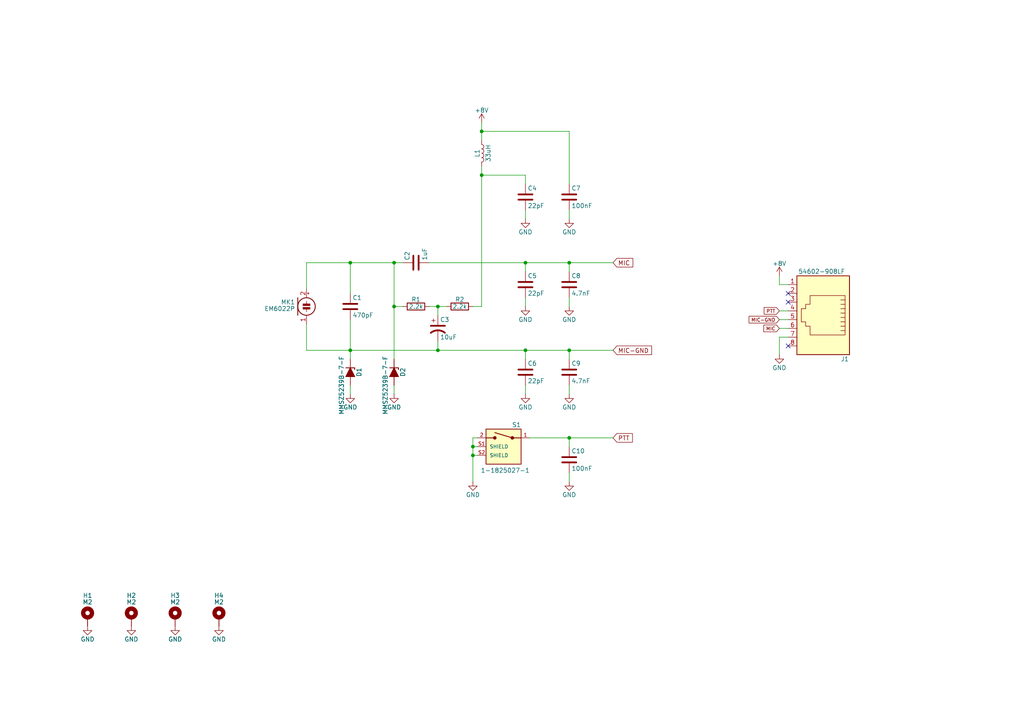
<source format=kicad_sch>
(kicad_sch (version 20211123) (generator eeschema)
  (paper "A4")
  (title_block (title "Xiegu Mini Hand Mic") (date "2022-11-08") (rev "A") (company "Jonathan Kayne, KM4CFT") (comment 1 "Based on the ICOM HM151"))
  (lib_symbols
    (symbol "Connector:8P8C" (pin_names (offset 1.016))
      (property "Reference" "J" (at -5.08 13.97 0))
      (property "Value" "8P8C" (at 2.54 13.97 0))
      (symbol "8P8C_0_1"
        (polyline (pts (xy -5.08 4.445) (xy -6.35 4.445)))
        (polyline (pts (xy -5.08 5.715) (xy -6.35 5.715)))
        (polyline (pts (xy -6.35 -3.175) (xy -5.08 -3.175) (xy -5.08 -3.175)))
        (polyline (pts (xy -6.35 -1.905) (xy -5.08 -1.905) (xy -5.08 -1.905)))
        (polyline (pts (xy -6.35 -0.635) (xy -5.08 -0.635) (xy -5.08 -0.635)))
        (polyline (pts (xy -6.35 0.635) (xy -5.08 0.635) (xy -5.08 0.635)))
        (polyline (pts (xy -6.35 1.905) (xy -5.08 1.905) (xy -5.08 1.905)))
        (polyline (pts (xy -5.08 3.175) (xy -6.35 3.175) (xy -6.35 3.175)))
        (polyline (pts (xy -6.35 -4.445) (xy -6.35 6.985) (xy 3.81 6.985) (xy 3.81 4.445) (xy 5.08 4.445) (xy 5.08 3.175) (xy 6.35 3.175) (xy 6.35 -0.635) (xy 5.08 -0.635) (xy 5.08 -1.905) (xy 3.81 -1.905) (xy 3.81 -4.445) (xy -6.35 -4.445) (xy -6.35 -4.445)))
        (rectangle (start 7.62 12.7) (end -7.62 -10.16) (stroke (width 0.254)) (fill (type background)))
      )
      (symbol "8P8C_1_1"
        (pin passive line (at 10.16 -7.62 180) (length 2.54) (name "~") (number "1"))
        (pin passive line (at 10.16 -5.08 180) (length 2.54) (name "~") (number "2"))
        (pin passive line (at 10.16 -2.54 180) (length 2.54) (name "~") (number "3"))
        (pin passive line (at 10.16 0 180) (length 2.54) (name "~") (number "4"))
        (pin passive line (at 10.16 2.54 180) (length 2.54) (name "~") (number "5"))
        (pin passive line (at 10.16 5.08 180) (length 2.54) (name "~") (number "6"))
        (pin passive line (at 10.16 7.62 180) (length 2.54) (name "~") (number "7"))
        (pin passive line (at 10.16 10.16 180) (length 2.54) (name "~") (number "8"))
      )
    )
    (symbol "Device:C" (pin_numbers hide) (pin_names (offset 0.254))
      (property "Reference" "C" (at 0.635 2.54 0))
      (property "Value" "C" (at 0.635 -2.54 0))
      (symbol "C_0_1"
        (polyline (pts (xy -2.032 -0.762) (xy 2.032 -0.762)) (stroke (width 0.508)))
        (polyline (pts (xy -2.032 0.762) (xy 2.032 0.762)) (stroke (width 0.508)))
      )
      (symbol "C_1_1"
        (pin passive line (at 0 3.81 270) (length 2.794) (name "~") (number "1"))
        (pin passive line (at 0 -3.81 90) (length 2.794) (name "~") (number "2"))
      )
    )
    (symbol "Device:C_Polarized_US" (pin_numbers hide) (pin_names (offset 0.254) hide)
      (property "Reference" "C" (at 0.635 2.54 0))
      (property "Value" "C_Polarized_US" (at 0.635 -2.54 0))
      (symbol "C_Polarized_US_0_1"
        (polyline (pts (xy -2.032 0.762) (xy 2.032 0.762)) (stroke (width 0.508)))
        (polyline (pts (xy -1.778 2.286) (xy -0.762 2.286)))
        (polyline (pts (xy -1.27 1.778) (xy -1.27 2.794)))
        (arc (start 2.032 -1.27) (mid 0 -0.5572) (end -2.032 -1.27) (stroke (width 0.508)))
      )
      (symbol "C_Polarized_US_1_1"
        (pin passive line (at 0 3.81 270) (length 2.794) (name "~") (number "1"))
        (pin passive line (at 0 -3.81 90) (length 3.302) (name "~") (number "2"))
      )
    )
    (symbol "Device:D_Zener_Filled" (pin_numbers hide) (pin_names (offset 1.016) hide)
      (property "Reference" "D" (at 0 2.54 0))
      (property "Value" "D_Zener_Filled" (at 0 -2.54 0))
      (symbol "D_Zener_Filled_0_1"
        (polyline (pts (xy 1.27 0) (xy -1.27 0)))
        (polyline (pts (xy -1.27 -1.27) (xy -1.27 1.27) (xy -0.762 1.27)) (stroke (width 0.254)))
        (polyline (pts (xy 1.27 -1.27) (xy 1.27 1.27) (xy -1.27 0) (xy 1.27 -1.27)) (stroke (width 0.254)) (fill (type outline)))
      )
      (symbol "D_Zener_Filled_1_1"
        (pin passive line (at -3.81 0 0) (length 2.54) (name "K") (number "1"))
        (pin passive line (at 3.81 0 180) (length 2.54) (name "A") (number "2"))
      )
    )
    (symbol "Device:L" (pin_numbers hide) (pin_names (offset 1.016) hide)
      (property "Reference" "L" (at -1.27 0 90))
      (property "Value" "L" (at 1.905 0 90))
      (symbol "L_0_1"
        (arc (start 0 -2.54) (mid 0.635 -1.905) (end 0 -1.27))
        (arc (start 0 -1.27) (mid 0.635 -0.635) (end 0 0))
        (arc (start 0 0) (mid 0.635 0.635) (end 0 1.27))
        (arc (start 0 1.27) (mid 0.635 1.905) (end 0 2.54))
      )
      (symbol "L_1_1"
        (pin passive line (at 0 3.81 270) (length 1.27) (name "1") (number "1"))
        (pin passive line (at 0 -3.81 90) (length 1.27) (name "2") (number "2"))
      )
    )
    (symbol "Device:Microphone_Condenser" (pin_names (offset 0.0254) hide)
      (property "Reference" "MK" (at -3.302 1.27 0))
      (property "Value" "Microphone_Condenser" (at -3.302 -0.635 0))
      (symbol "Microphone_Condenser_0_1"
        (polyline (pts (xy -2.54 2.54) (xy -2.54 -2.54)) (stroke (width 0.254)))
        (polyline (pts (xy 0 -0.762) (xy 0 -1.524)))
        (polyline (pts (xy 0 0.762) (xy 0 1.524)))
        (polyline (pts (xy 0.254 3.81) (xy 0.762 3.81)))
        (polyline (pts (xy 0.508 4.064) (xy 0.508 3.556)))
        (circle (center 0 0) (radius 2.54) (stroke (width 0.254)))
        (rectangle (start 1.016 -0.254) (end -1.016 -0.762) (fill (type outline)))
        (rectangle (start 1.016 0.762) (end -1.016 0.254) (fill (type outline)))
      )
      (symbol "Microphone_Condenser_1_1"
        (pin passive line (at 0 -5.08 90) (length 2.54) (name "-") (number "1"))
        (pin passive line (at 0 5.08 270) (length 2.54) (name "+") (number "2"))
      )
    )
    (symbol "Device:R" (pin_numbers hide) (pin_names (offset 0))
      (property "Reference" "R" (at 2.032 0 90))
      (property "Value" "R" (at 0 0 90))
      (symbol "R_0_1"
        (rectangle (start -1.016 -2.54) (end 1.016 2.54) (stroke (width 0.254)))
      )
      (symbol "R_1_1"
        (pin passive line (at 0 3.81 270) (length 1.27) (name "~") (number "1"))
        (pin passive line (at 0 -3.81 90) (length 1.27) (name "~") (number "2"))
      )
    )
    (symbol "Mechanical:MountingHole_Pad" (pin_numbers hide) (pin_names (offset 1.016) hide)
      (property "Reference" "H" (at 0 6.35 0))
      (property "Value" "MountingHole_Pad" (at 0 4.445 0))
      (symbol "MountingHole_Pad_0_1"
        (circle (center 0 1.27) (radius 1.27) (stroke (width 1.27)))
      )
      (symbol "MountingHole_Pad_1_1"
        (pin input line (at 0 -2.54 90) (length 2.54) (name "1") (number "1"))
      )
    )
    (symbol "Xiegu MiniMic:1-1825027-1" (pin_names (offset 1.016))
      (property "Reference" "S" (at -5.08 5.588 0))
      (property "Value" "1-1825027-1" (at -5.08 -7.366 0))
      (symbol "1-1825027-1_0_0"
        (rectangle (start -5.08 -5.08) (end 5.08 5.08) (stroke (width 0.254)) (fill (type background)))
        (circle (center -2.54 2.54) (radius 0.254) (stroke (width 0.508)))
        (polyline (pts (xy -5.08 2.54) (xy -2.54 2.54)) (stroke (width 0.254)))
        (polyline (pts (xy -2.54 2.54) (xy 2.54 4.064)) (stroke (width 0.254)))
        (polyline (pts (xy 2.54 2.54) (xy 5.08 2.54)) (stroke (width 0.254)))
        (circle (center 2.54 2.54) (radius 0.254) (stroke (width 0.508)))
        (pin passive line (at -7.62 2.54 0) (length 2.54) (name "~") (number "1"))
        (pin passive line (at 7.62 2.54 180) (length 2.54) (name "~") (number "2"))
        (pin power_in line (at 7.62 0 180) (length 2.54) (name "SHIELD") (number "S1"))
        (pin power_in line (at 7.62 -2.54 180) (length 2.54) (name "SHIELD") (number "S2"))
      )
    )
    (symbol "power:+8V" (power) (pin_names (offset 0))
      (property "Value" "+8V" (at 0 3.556 0))
      (symbol "+8V_0_1"
        (polyline (pts (xy -0.762 1.27) (xy 0 2.54)))
        (polyline (pts (xy 0 0) (xy 0 2.54)))
        (polyline (pts (xy 0 2.54) (xy 0.762 1.27)))
      )
      (symbol "+8V_1_1"
        (pin power_in line (at 0 0 90) (length 0) hide (name "+8V") (number "1"))
      )
    )
    (symbol "power:GND" (power) (pin_names (offset 0))
      (property "Value" "GND" (at 0 -3.81 0))
      (symbol "GND_0_1"
        (polyline (pts (xy 0 0) (xy 0 -1.27) (xy 1.27 -1.27) (xy 0 -2.54) (xy -1.27 -1.27) (xy 0 -1.27)))
      )
      (symbol "GND_1_1"
        (pin power_in line (at 0 0 270) (length 0) hide (name "GND") (number "1"))
      )
    )
  )
  (junction (at 165.1 101.6))
  (junction (at 137.16 129.54))
  (junction (at 114.3 76.2))
  (junction (at 165.1 76.2))
  (junction (at 152.4 76.2))
  (junction (at 127 101.6))
  (junction (at 101.6 101.6))
  (junction (at 165.1 127))
  (junction (at 139.7 38.1))
  (junction (at 101.6 76.2))
  (junction (at 127 88.9))
  (junction (at 152.4 101.6))
  (junction (at 114.3 88.9))
  (junction (at 137.16 132.08))
  (junction (at 139.7 50.8))
  (no_connect (at 228.6 87.63))
  (no_connect (at 228.6 100.33))
  (no_connect (at 228.6 85.09))
  (wire (pts (xy 137.16 132.08) (xy 138.43 132.08)))
  (wire (pts (xy 139.7 35.56) (xy 139.7 38.1)))
  (wire (pts (xy 152.4 101.6) (xy 152.4 104.14)))
  (wire (pts (xy 165.1 38.1) (xy 165.1 53.34)))
  (wire (pts (xy 165.1 127) (xy 165.1 129.54)))
  (wire (pts (xy 228.6 97.79) (xy 226.06 97.79)))
  (wire (pts (xy 101.6 76.2) (xy 114.3 76.2)))
  (wire (pts (xy 139.7 48.26) (xy 139.7 50.8)))
  (wire (pts (xy 137.16 129.54) (xy 138.43 129.54)))
  (wire (pts (xy 226.06 80.01) (xy 226.06 82.55)))
  (wire (pts (xy 88.9 101.6) (xy 101.6 101.6)))
  (wire (pts (xy 165.1 101.6) (xy 165.1 104.14)))
  (wire (pts (xy 152.4 86.36) (xy 152.4 88.9)))
  (wire (pts (xy 101.6 101.6) (xy 101.6 104.14)))
  (wire (pts (xy 137.16 129.54) (xy 137.16 127)))
  (wire (pts (xy 137.16 88.9) (xy 139.7 88.9)))
  (wire (pts (xy 165.1 76.2) (xy 165.1 78.74)))
  (wire (pts (xy 114.3 111.76) (xy 114.3 114.3)))
  (wire (pts (xy 88.9 93.98) (xy 88.9 101.6)))
  (wire (pts (xy 152.4 76.2) (xy 165.1 76.2)))
  (wire (pts (xy 152.4 60.96) (xy 152.4 63.5)))
  (wire (pts (xy 177.8 127) (xy 165.1 127)))
  (wire (pts (xy 226.06 95.25) (xy 228.6 95.25)))
  (wire (pts (xy 152.4 53.34) (xy 152.4 50.8)))
  (wire (pts (xy 127 88.9) (xy 127 91.44)))
  (wire (pts (xy 137.16 127) (xy 138.43 127)))
  (wire (pts (xy 88.9 76.2) (xy 101.6 76.2)))
  (wire (pts (xy 226.06 90.17) (xy 228.6 90.17)))
  (wire (pts (xy 226.06 82.55) (xy 228.6 82.55)))
  (wire (pts (xy 127 88.9) (xy 129.54 88.9)))
  (wire (pts (xy 152.4 101.6) (xy 165.1 101.6)))
  (wire (pts (xy 101.6 92.71) (xy 101.6 101.6)))
  (wire (pts (xy 88.9 83.82) (xy 88.9 76.2)))
  (wire (pts (xy 127 99.06) (xy 127 101.6)))
  (wire (pts (xy 101.6 76.2) (xy 101.6 85.09)))
  (wire (pts (xy 152.4 50.8) (xy 139.7 50.8)))
  (wire (pts (xy 101.6 101.6) (xy 127 101.6)))
  (wire (pts (xy 137.16 132.08) (xy 137.16 129.54)))
  (wire (pts (xy 165.1 76.2) (xy 177.8 76.2)))
  (wire (pts (xy 101.6 111.76) (xy 101.6 114.3)))
  (wire (pts (xy 139.7 38.1) (xy 139.7 40.64)))
  (wire (pts (xy 124.46 88.9) (xy 127 88.9)))
  (wire (pts (xy 165.1 111.76) (xy 165.1 114.3)))
  (wire (pts (xy 226.06 92.71) (xy 228.6 92.71)))
  (wire (pts (xy 114.3 76.2) (xy 116.84 76.2)))
  (wire (pts (xy 165.1 101.6) (xy 177.8 101.6)))
  (wire (pts (xy 165.1 60.96) (xy 165.1 63.5)))
  (wire (pts (xy 139.7 38.1) (xy 165.1 38.1)))
  (wire (pts (xy 153.67 127) (xy 165.1 127)))
  (wire (pts (xy 124.46 76.2) (xy 152.4 76.2)))
  (wire (pts (xy 152.4 111.76) (xy 152.4 114.3)))
  (wire (pts (xy 114.3 76.2) (xy 114.3 88.9)))
  (wire (pts (xy 139.7 50.8) (xy 139.7 88.9)))
  (wire (pts (xy 152.4 76.2) (xy 152.4 78.74)))
  (wire (pts (xy 165.1 137.16) (xy 165.1 139.7)))
  (wire (pts (xy 165.1 86.36) (xy 165.1 88.9)))
  (wire (pts (xy 226.06 97.79) (xy 226.06 102.87)))
  (wire (pts (xy 114.3 88.9) (xy 116.84 88.9)))
  (wire (pts (xy 114.3 88.9) (xy 114.3 104.14)))
  (wire (pts (xy 127 101.6) (xy 152.4 101.6)))
  (wire (pts (xy 137.16 139.7) (xy 137.16 132.08)))
  (global_label "PTT" (shape input) (at 177.8 127 0) (property "Intersheet References" "${INTERSHEET_REFS}" (effects hide)))
  (global_label "MIC" (shape input) (at 177.8 76.2 0) (property "Intersheet References" "${INTERSHEET_REFS}" (effects hide)))
  (global_label "MIC" (shape input) (at 226.06 95.25 180) (effects (font (size 1 1))) (property "Intersheet References" "${INTERSHEET_REFS}" (effects hide)))
  (global_label "PTT" (shape input) (at 226.06 90.17 180) (effects (font (size 1 1))) (property "Intersheet References" "${INTERSHEET_REFS}" (effects hide)))
  (global_label "MIC-GND" (shape input) (at 177.8 101.6 0) (property "Intersheet References" "${INTERSHEET_REFS}" (effects hide)))
  (global_label "MIC-GND" (shape input) (at 226.06 92.71 180) (effects (font (size 1 1))) (property "Intersheet References" "${INTERSHEET_REFS}" (effects hide)))
  (symbol (lib_id "Device:C") (at 165.1 57.15 0) (unit 1)
    (property "Reference" "C7" (at 165.735 54.61 0) (effects (justify left)))
    (property "Value" "100nF" (at 165.735 59.69 0) (effects (justify left)))
    (property "Footprint" "Capacitor_SMD:C_0805_2012Metric" (effects hide))
    (property "Digikey PN" "478-10836-1-ND" (effects hide))
    (property "MPN" "08055C104KAT4A" (effects hide))
    (property "Manufacturer" "KYOCERA AVX" (effects hide))
    (property "LCSC" "C28233" (effects hide))
  )
  (symbol (lib_id "Device:C") (at 165.1 107.95 0) (unit 1)
    (property "Reference" "C9" (at 165.735 105.41 0) (effects (justify left)))
    (property "Value" "4.7nF" (at 165.735 110.49 0) (effects (justify left)))
    (property "Footprint" "Capacitor_SMD:C_0805_2012Metric" (effects hide))
    (property "Digikey PN" "478-08055C472K4T4ACT-ND" (effects hide))
    (property "MPN" "08055C472K4T4A" (effects hide))
    (property "Manufacturer" "KYOCERA AVX" (effects hide))
    (property "LCSC" "C1744" (effects hide))
  )
  (symbol (lib_id "Device:R") (at 133.35 88.9 90) (unit 1)
    (property "Reference" "R2" (at 133.35 86.868 90))
    (property "Value" "2.2k" (at 133.35 88.9 90))
    (property "Footprint" "Resistor_SMD:R_0805_2012Metric" (effects hide))
    (property "Digikey PN" "A106060CT-ND" (effects hide))
    (property "MPN" "CRG0805F2K2" (effects hide))
    (property "Manufacturer" "TE Connectivity Passive Product" (effects hide))
    (property "LCSC" "C2073912" (effects hide))
  )
  (symbol (lib_id "Device:C") (at 165.1 133.35 0) (unit 1)
    (property "Reference" "C10" (at 165.735 130.81 0) (effects (justify left)))
    (property "Value" "100nF" (at 165.735 135.89 0) (effects (justify left)))
    (property "Footprint" "Capacitor_SMD:C_0805_2012Metric" (effects hide))
    (property "Digikey PN" "478-10836-1-ND" (effects hide))
    (property "MPN" "08055C104KAT4A" (effects hide))
    (property "Manufacturer" "KYOCERA AVX" (effects hide))
    (property "LCSC" "C28233" (effects hide))
  )
  (symbol (lib_id "power:GND") (at 63.5 181.61 0) (unit 1)
    (property "Reference" "#PWR0101" (effects hide))
    (property "Value" "GND" (at 63.5 185.42 0))
  )
  (symbol (lib_id "Device:C") (at 120.65 76.2 90) (unit 1)
    (property "Reference" "C2" (at 118.11 75.565 0) (effects (justify left)))
    (property "Value" "1uF" (at 123.19 75.565 0) (effects (justify left)))
    (property "Footprint" "Capacitor_SMD:C_0805_2012Metric" (effects hide))
    (property "Digikey PN" "478-5034-1-ND" (effects hide))
    (property "MPN" "0805YC105KAT2A" (effects hide))
    (property "Manufacturer" "KYOCERA AVX" (effects hide))
    (property "LCSC" "C28323" (effects hide))
  )
  (symbol (lib_id "power:GND") (at 165.1 139.7 0) (unit 1)
    (property "Reference" "#PWR011" (effects hide))
    (property "Value" "GND" (at 165.1 143.51 0))
  )
  (symbol (lib_id "Device:C") (at 152.4 82.55 0) (unit 1)
    (property "Reference" "C5" (at 153.035 80.01 0) (effects (justify left)))
    (property "Value" "22pF" (at 153.035 85.09 0) (effects (justify left)))
    (property "Footprint" "Capacitor_SMD:C_0805_2012Metric" (effects hide))
    (property "Digikey PN" "478-1308-1-ND" (effects hide))
    (property "MPN" "08055A220JAT2A" (effects hide))
    (property "Manufacturer" "KYOCERA AVX" (effects hide))
    (property "LCSC" "C1804" (effects hide))
  )
  (symbol (lib_id "Device:C") (at 165.1 82.55 0) (unit 1)
    (property "Reference" "C8" (at 165.735 80.01 0) (effects (justify left)))
    (property "Value" "4.7nF" (at 165.735 85.09 0) (effects (justify left)))
    (property "Footprint" "Capacitor_SMD:C_0805_2012Metric" (effects hide))
    (property "Digikey PN" "478-08055C472K4T4ACT-ND" (effects hide))
    (property "MPN" "08055C472K4T4A" (effects hide))
    (property "Manufacturer" "KYOCERA AVX" (effects hide))
    (property "LCSC" "C1744" (effects hide))
  )
  (symbol (lib_id "Device:C_Polarized_US") (at 127 95.25 0) (unit 1)
    (property "Reference" "C3" (at 127.635 92.71 0) (effects (justify left)))
    (property "Value" "10uF" (at 127.635 97.79 0) (effects (justify left)))
    (property "Footprint" "Capacitor_SMD:CP_Elec_4x5.4" (effects hide))
    (property "Digikey PN" "493-2173-1-ND" (effects hide))
    (property "MPN" "UWT1C100MCL1GB" (effects hide))
    (property "Manufacturer" "Nichicon" (effects hide))
    (property "LCSC" "C445074" (effects hide))
  )
  (symbol (lib_id "power:GND") (at 50.8 181.61 0) (unit 1)
    (property "Reference" "#PWR0104" (effects hide))
    (property "Value" "GND" (at 50.8 185.42 0))
  )
  (symbol (lib_id "Device:L") (at 139.7 44.45 0) (unit 1)
    (property "Reference" "L1" (at 138.43 44.45 90))
    (property "Value" "33uH" (at 141.605 44.45 90))
    (property "Footprint" "Inductor_SMD:L_1008_2520Metric" (effects hide))
    (property "Digikey PN" "445-16476-1-ND" (effects hide))
    (property "MPN" "NLV25T-330J-EF" (effects hide))
    (property "Manufacturer" "TDK Corporation" (effects hide))
    (property "LCSC" "C295130" (effects hide))
  )
  (symbol (lib_id "power:GND") (at 165.1 63.5 0) (unit 1)
    (property "Reference" "#PWR08" (effects hide))
    (property "Value" "GND" (at 165.1 67.31 0))
  )
  (symbol (lib_id "power:GND") (at 114.3 114.3 0) (unit 1)
    (property "Reference" "#PWR02" (effects hide))
    (property "Value" "GND" (at 114.3 118.11 0))
  )
  (symbol (lib_id "power:GND") (at 152.4 88.9 0) (unit 1)
    (property "Reference" "#PWR06" (effects hide))
    (property "Value" "GND" (at 152.4 92.71 0))
  )
  (symbol (lib_id "power:+8V") (at 139.7 35.56 0) (unit 1)
    (property "Reference" "#PWR04" (effects hide))
    (property "Value" "+8V" (at 139.7 32.004 0))
  )
  (symbol (lib_id "Device:Microphone_Condenser") (at 88.9 88.9 0) (unit 1)
    (property "Reference" "MK1" (at 85.598 87.63 0) (effects (justify right)))
    (property "Value" "EM6022P" (at 85.598 89.535 0) (effects (justify right)))
    (property "Footprint" "Xiegu MiniMic:EM6022P" (effects hide))
    (property "Digikey PN" "433-1088-ND" (effects hide))
    (property "MPN" "EM-6022P" (effects hide))
    (property "Manufacturer" "Soberton Inc." (effects hide))
    (property "LCSC" "N/A" (effects hide))
  )
  (symbol (lib_id "power:GND") (at 165.1 88.9 0) (unit 1)
    (property "Reference" "#PWR09" (effects hide))
    (property "Value" "GND" (at 165.1 92.71 0))
  )
  (symbol (lib_id "Xiegu MiniMic:1-1825027-1") (at 146.05 129.54 0) (mirror y) (unit 1)
    (property "Reference" "S1" (at 151.13 123.952 0) (effects (justify left bottom)))
    (property "Value" "1-1825027-1" (at 153.67 137.16 0) (effects (justify left bottom)))
    (property "Footprint" "Xiegu MiniMic:SW_1-1825027-1" (effects hide))
    (property "Digikey PN" "450-1658-ND" (effects hide))
    (property "MPN" "1-1825027-1" (effects hide))
    (property "Manufacturer" "TE Connectivity ALCOSWITCH Switches" (effects hide))
    (property "LCSC" "C266183" (effects hide))
  )
  (symbol (lib_id "power:GND") (at 165.1 114.3 0) (unit 1)
    (property "Reference" "#PWR010" (effects hide))
    (property "Value" "GND" (at 165.1 118.11 0))
  )
  (symbol (lib_id "Device:R") (at 120.65 88.9 90) (unit 1)
    (property "Reference" "R1" (at 120.65 86.868 90))
    (property "Value" "2.2k" (at 120.65 88.9 90))
    (property "Footprint" "Resistor_SMD:R_0805_2012Metric" (effects hide))
    (property "Digikey PN" "A106060CT-ND" (effects hide))
    (property "MPN" "CRG0805F2K2" (effects hide))
    (property "Manufacturer" "TE Connectivity Passive Product" (effects hide))
    (property "LCSC" "C2073912" (effects hide))
  )
  (symbol (lib_id "Mechanical:MountingHole_Pad") (at 38.1 179.07 0) (unit 1)
    (property "Reference" "H2" (at 38.1 172.72 0))
    (property "Value" "M2" (at 38.1 174.625 0))
    (property "Footprint" "MountingHole:MountingHole_2.2mm_M2_Pad" (effects hide))
  )
  (symbol (lib_id "Device:C") (at 152.4 107.95 0) (unit 1)
    (property "Reference" "C6" (at 153.035 105.41 0) (effects (justify left)))
    (property "Value" "22pF" (at 153.035 110.49 0) (effects (justify left)))
    (property "Footprint" "Capacitor_SMD:C_0805_2012Metric" (effects hide))
    (property "Digikey PN" "478-1308-1-ND" (effects hide))
    (property "MPN" "08055A220JAT2A" (effects hide))
    (property "Manufacturer" "KYOCERA AVX" (effects hide))
    (property "LCSC" "C1804" (effects hide))
  )
  (symbol (lib_id "Device:C") (at 152.4 57.15 0) (unit 1)
    (property "Reference" "C4" (at 153.035 54.61 0) (effects (justify left)))
    (property "Value" "22pF" (at 153.035 59.69 0) (effects (justify left)))
    (property "Footprint" "Capacitor_SMD:C_0805_2012Metric" (effects hide))
    (property "Digikey PN" "478-1308-1-ND" (effects hide))
    (property "MPN" "08055A220JAT2A" (effects hide))
    (property "Manufacturer" "KYOCERA AVX" (effects hide))
    (property "LCSC" "C1804" (effects hide))
  )
  (symbol (lib_id "power:GND") (at 152.4 63.5 0) (unit 1)
    (property "Reference" "#PWR05" (effects hide))
    (property "Value" "GND" (at 152.4 67.31 0))
  )
  (symbol (lib_id "power:GND") (at 137.16 139.7 0) (unit 1)
    (property "Reference" "#PWR03" (effects hide))
    (property "Value" "GND" (at 137.16 143.51 0))
  )
  (symbol (lib_id "Mechanical:MountingHole_Pad") (at 50.8 179.07 0) (unit 1)
    (property "Reference" "H3" (at 50.8 172.72 0))
    (property "Value" "M2" (at 50.8 174.625 0))
    (property "Footprint" "MountingHole:MountingHole_2.2mm_M2_Pad" (effects hide))
  )
  (symbol (lib_id "power:GND") (at 152.4 114.3 0) (unit 1)
    (property "Reference" "#PWR07" (effects hide))
    (property "Value" "GND" (at 152.4 118.11 0))
  )
  (symbol (lib_id "power:GND") (at 38.1 181.61 0) (unit 1)
    (property "Reference" "#PWR0103" (effects hide))
    (property "Value" "GND" (at 38.1 185.42 0))
  )
  (symbol (lib_id "power:GND") (at 226.06 102.87 0) (unit 1)
    (property "Reference" "#PWR013" (effects hide))
    (property "Value" "GND" (at 226.06 106.68 0))
  )
  (symbol (lib_id "Device:D_Zener_Filled") (at 101.6 107.95 270) (unit 1)
    (property "Reference" "D1" (at 104.14 107.95 0))
    (property "Value" "MMSZ5239B-7-F" (at 99.06 111.76 0))
    (property "Footprint" "Diode_SMD:D_SOD-123" (effects hide))
    (property "Digikey PN" "MMSZ5239B-FDICT-ND" (effects hide))
    (property "MPN" "MMSZ5239B-7-F" (effects hide))
    (property "Manufacturer" "Diodes Incorporated" (effects hide))
    (property "LCSC" "C459546" (effects hide))
  )
  (symbol (lib_id "Connector:8P8C") (at 238.76 90.17 180) (unit 1)
    (property "Reference" "J1" (at 243.84 104.14 0) (effects (justify right)))
    (property "Value" "54602-908LF" (at 245.11 78.74 0) (effects (justify left)))
    (property "Footprint" "Connector_RJ:RJ45_Amphenol_54602-x08_Horizontal" (effects hide))
    (property "Digikey PN" "609-1046-ND" (effects hide))
    (property "MPN" "54602-908LF" (effects hide))
    (property "Manufacturer" "Amphenol ICC (FCI)" (effects hide))
    (property "LCSC" "N/A" (effects hide))
  )
  (symbol (lib_id "Mechanical:MountingHole_Pad") (at 25.4 179.07 0) (unit 1)
    (property "Reference" "H1" (at 25.4 172.72 0))
    (property "Value" "M2" (at 25.4 174.625 0))
    (property "Footprint" "MountingHole:MountingHole_2.2mm_M2_Pad" (effects hide))
  )
  (symbol (lib_id "Device:D_Zener_Filled") (at 114.3 107.95 270) (unit 1)
    (property "Reference" "D2" (at 116.84 107.95 0))
    (property "Value" "MMSZ5239B-7-F" (at 111.76 111.76 0))
    (property "Footprint" "Diode_SMD:D_SOD-123" (effects hide))
    (property "Digikey PN" "MMSZ5239B-FDICT-ND" (effects hide))
    (property "MPN" "MMSZ5239B-7-F" (effects hide))
    (property "Manufacturer" "Diodes Incorporated" (effects hide))
    (property "LCSC" "C459546" (effects hide))
  )
  (symbol (lib_id "power:+8V") (at 226.06 80.01 0) (unit 1)
    (property "Reference" "#PWR012" (effects hide))
    (property "Value" "+8V" (at 226.06 76.454 0))
  )
  (symbol (lib_id "Mechanical:MountingHole_Pad") (at 63.5 179.07 0) (unit 1)
    (property "Reference" "H4" (at 63.5 172.72 0))
    (property "Value" "M2" (at 63.5 174.625 0))
    (property "Footprint" "MountingHole:MountingHole_2.2mm_M2_Pad" (effects hide))
  )
  (symbol (lib_id "power:GND") (at 25.4 181.61 0) (unit 1)
    (property "Reference" "#PWR0102" (effects hide))
    (property "Value" "GND" (at 25.4 185.42 0))
  )
  (symbol (lib_id "Device:C") (at 101.6 88.9 0) (unit 1)
    (property "Reference" "C1" (at 102.235 86.36 0) (effects (justify left)))
    (property "Value" "470pF" (at 102.235 91.44 0) (effects (justify left)))
    (property "Footprint" "Capacitor_SMD:C_0805_2012Metric" (effects hide))
    (property "Digikey PN" "478-1324-1-ND" (effects hide))
    (property "MPN" "08055A471JAT2A" (effects hide))
    (property "Manufacturer" "KYOCERA AVX" (effects hide))
    (property "LCSC" "C1743" (effects hide))
  )
  (symbol (lib_id "power:GND") (at 101.6 114.3 0) (unit 1)
    (property "Reference" "#PWR01" (effects hide))
    (property "Value" "GND" (at 101.6 118.11 0))
  )
)
</source>
